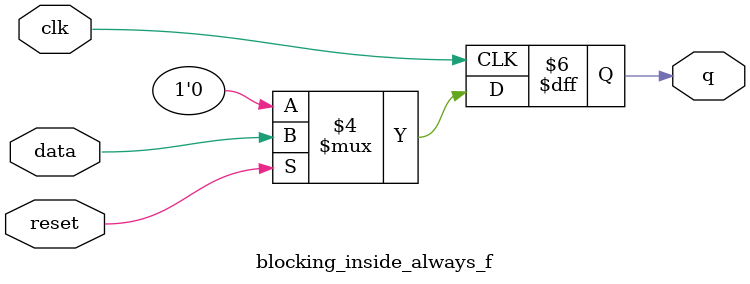
<source format=sv>
module blocking_inside_always_f (
  input  wire data  , // Data Input
  input  wire clk   , // Clock Input
  input  wire reset , // Reset input
  output reg  q       // Q output
  );

  always_ff @ ( posedge clk)
    if (!reset) begin
       q = 1'b0;//Blocking inside always block
    end  else begin
      q = data;//Blocking inside always block
  end
endmodule //End Of Module dff_sync_reset
</source>
